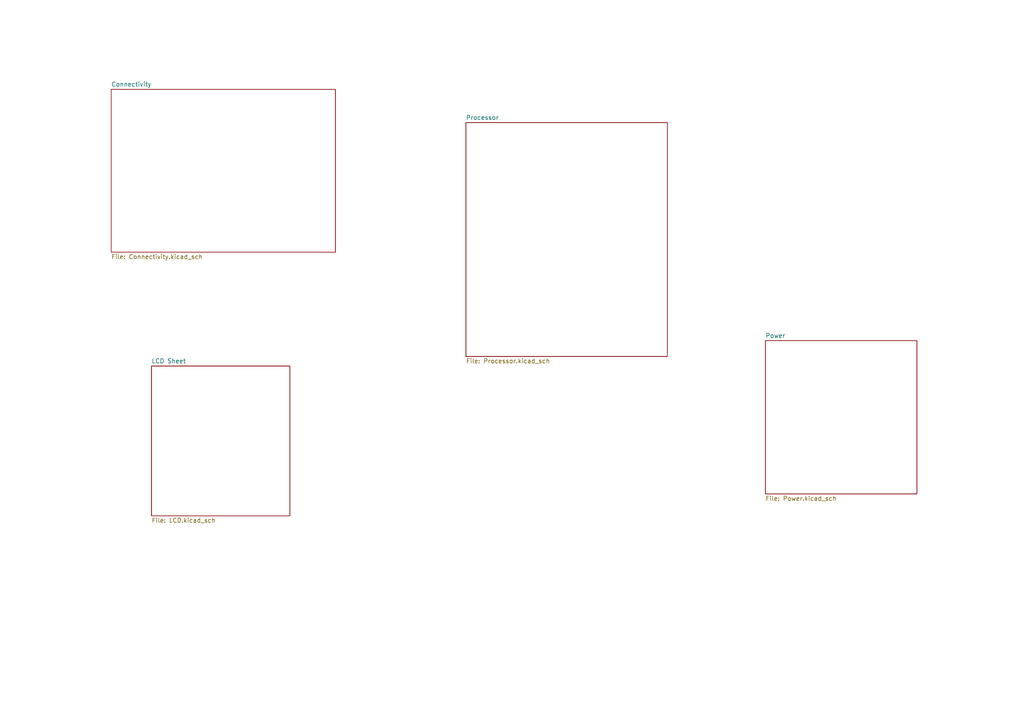
<source format=kicad_sch>
(kicad_sch
	(version 20231120)
	(generator "eeschema")
	(generator_version "8.0")
	(uuid "149e8d94-e7c7-4bd7-93a7-37c7815b68ab")
	(paper "A4")
	(lib_symbols)
	(sheet
		(at 221.996 98.806)
		(size 43.942 44.45)
		(fields_autoplaced yes)
		(stroke
			(width 0.1524)
			(type solid)
		)
		(fill
			(color 0 0 0 0.0000)
		)
		(uuid "6c99e6f1-b243-4afc-866e-b218cf331404")
		(property "Sheetname" "Power"
			(at 221.996 98.0944 0)
			(effects
				(font
					(size 1.27 1.27)
				)
				(justify left bottom)
			)
		)
		(property "Sheetfile" "Power.kicad_sch"
			(at 221.996 143.8406 0)
			(effects
				(font
					(size 1.27 1.27)
				)
				(justify left top)
			)
		)
		(instances
			(project "Allwinner_V3S_Spotify"
				(path "/149e8d94-e7c7-4bd7-93a7-37c7815b68ab"
					(page "4")
				)
			)
		)
	)
	(sheet
		(at 43.942 106.172)
		(size 40.132 43.434)
		(fields_autoplaced yes)
		(stroke
			(width 0.1524)
			(type solid)
		)
		(fill
			(color 0 0 0 0.0000)
		)
		(uuid "80e67f31-fd27-422d-ad2d-574ccbb41a56")
		(property "Sheetname" "LCD Sheet"
			(at 43.942 105.4604 0)
			(effects
				(font
					(size 1.27 1.27)
				)
				(justify left bottom)
			)
		)
		(property "Sheetfile" "LCD.kicad_sch"
			(at 43.942 150.1906 0)
			(effects
				(font
					(size 1.27 1.27)
				)
				(justify left top)
			)
		)
		(property "Field2" ""
			(at 43.942 106.172 0)
			(effects
				(font
					(size 1.27 1.27)
				)
				(hide yes)
			)
		)
		(instances
			(project "Allwinner_V3S_Spotify"
				(path "/149e8d94-e7c7-4bd7-93a7-37c7815b68ab"
					(page "3")
				)
			)
		)
	)
	(sheet
		(at 32.258 25.908)
		(size 65.024 47.244)
		(fields_autoplaced yes)
		(stroke
			(width 0.1524)
			(type solid)
		)
		(fill
			(color 0 0 0 0.0000)
		)
		(uuid "818a24fb-bff6-4ba4-be6d-9a3867c26ff3")
		(property "Sheetname" "Connectivity"
			(at 32.258 25.1964 0)
			(effects
				(font
					(size 1.27 1.27)
				)
				(justify left bottom)
			)
		)
		(property "Sheetfile" "Connectivity.kicad_sch"
			(at 32.258 73.7366 0)
			(effects
				(font
					(size 1.27 1.27)
				)
				(justify left top)
			)
		)
		(instances
			(project "Allwinner_V3S_Spotify"
				(path "/149e8d94-e7c7-4bd7-93a7-37c7815b68ab"
					(page "5")
				)
			)
		)
	)
	(sheet
		(at 135.128 35.56)
		(size 58.42 67.818)
		(fields_autoplaced yes)
		(stroke
			(width 0.1524)
			(type solid)
		)
		(fill
			(color 0 0 0 0.0000)
		)
		(uuid "ac885fd8-90a1-4f6b-b44d-59b67a3fe178")
		(property "Sheetname" "Processor"
			(at 135.128 34.8484 0)
			(effects
				(font
					(size 1.27 1.27)
				)
				(justify left bottom)
			)
		)
		(property "Sheetfile" "Processor.kicad_sch"
			(at 135.128 103.9626 0)
			(effects
				(font
					(size 1.27 1.27)
				)
				(justify left top)
			)
		)
		(instances
			(project "Allwinner_V3S_Spotify"
				(path "/149e8d94-e7c7-4bd7-93a7-37c7815b68ab"
					(page "2")
				)
			)
		)
	)
	(sheet_instances
		(path "/"
			(page "1")
		)
	)
)

</source>
